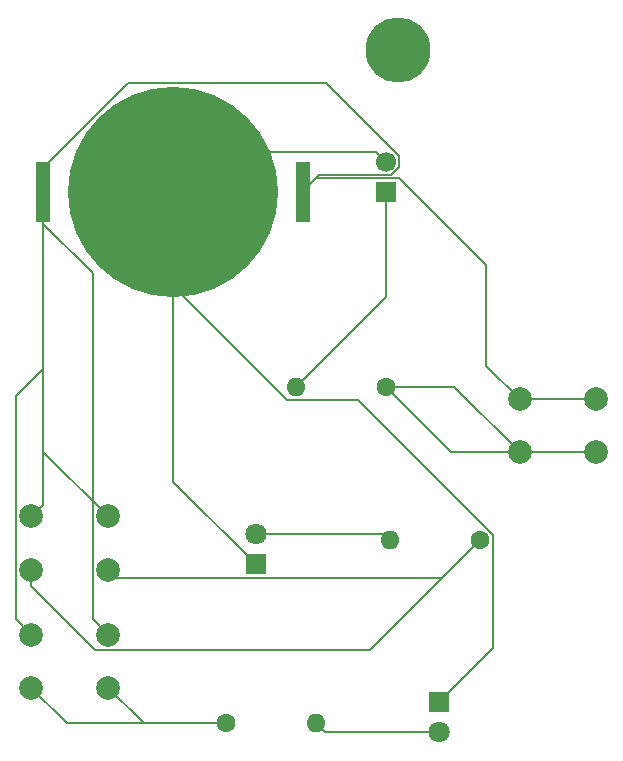
<source format=gbl>
G04 #@! TF.GenerationSoftware,KiCad,Pcbnew,9.0.1*
G04 #@! TF.CreationDate,2025-04-26T15:50:14-04:00*
G04 #@! TF.ProjectId,FISH,46495348-2e6b-4696-9361-645f70636258,rev?*
G04 #@! TF.SameCoordinates,Original*
G04 #@! TF.FileFunction,Copper,L2,Bot*
G04 #@! TF.FilePolarity,Positive*
%FSLAX46Y46*%
G04 Gerber Fmt 4.6, Leading zero omitted, Abs format (unit mm)*
G04 Created by KiCad (PCBNEW 9.0.1) date 2025-04-26 15:50:14*
%MOMM*%
%LPD*%
G01*
G04 APERTURE LIST*
G04 #@! TA.AperFunction,SMDPad,CuDef*
%ADD10C,17.800000*%
G04 #@! TD*
G04 #@! TA.AperFunction,SMDPad,CuDef*
%ADD11R,1.270000X5.080000*%
G04 #@! TD*
G04 #@! TA.AperFunction,ComponentPad*
%ADD12C,1.600000*%
G04 #@! TD*
G04 #@! TA.AperFunction,ComponentPad*
%ADD13O,1.600000X1.600000*%
G04 #@! TD*
G04 #@! TA.AperFunction,ComponentPad*
%ADD14C,1.800000*%
G04 #@! TD*
G04 #@! TA.AperFunction,ComponentPad*
%ADD15R,1.800000X1.800000*%
G04 #@! TD*
G04 #@! TA.AperFunction,ComponentPad*
%ADD16C,2.000000*%
G04 #@! TD*
G04 #@! TA.AperFunction,ComponentPad*
%ADD17R,1.700000X1.700000*%
G04 #@! TD*
G04 #@! TA.AperFunction,ComponentPad*
%ADD18C,1.700000*%
G04 #@! TD*
G04 #@! TA.AperFunction,ViaPad*
%ADD19C,5.500000*%
G04 #@! TD*
G04 #@! TA.AperFunction,Conductor*
%ADD20C,0.200000*%
G04 #@! TD*
G04 APERTURE END LIST*
D10*
G04 #@! TO.P,BT1,2,-*
G04 #@! TO.N,Net-(BT1--)*
X141500000Y-90500000D03*
D11*
G04 #@! TO.P,BT1,1,+*
G04 #@! TO.N,Net-(BT1-+)*
X130515000Y-90500000D03*
X152485000Y-90500000D03*
G04 #@! TD*
D12*
G04 #@! TO.P,R1,1*
G04 #@! TO.N,Net-(R1-Pad1)*
X146000000Y-135500000D03*
D13*
G04 #@! TO.P,R1,2*
G04 #@! TO.N,Net-(D1-A)*
X153620000Y-135500000D03*
G04 #@! TD*
G04 #@! TO.P,R2,2*
G04 #@! TO.N,Net-(D2-A)*
X159880000Y-120000000D03*
D12*
G04 #@! TO.P,R2,1*
G04 #@! TO.N,Net-(R2-Pad1)*
X167500000Y-120000000D03*
G04 #@! TD*
D13*
G04 #@! TO.P,R3,2*
G04 #@! TO.N,Net-(M1-+)*
X151880000Y-107000000D03*
D12*
G04 #@! TO.P,R3,1*
G04 #@! TO.N,Net-(R3-Pad1)*
X159500000Y-107000000D03*
G04 #@! TD*
D14*
G04 #@! TO.P,D2,2,A*
G04 #@! TO.N,Net-(D2-A)*
X148500000Y-119500000D03*
D15*
G04 #@! TO.P,D2,1,K*
G04 #@! TO.N,Net-(BT1--)*
X148500000Y-122040000D03*
G04 #@! TD*
D16*
G04 #@! TO.P,SW3,1,1*
G04 #@! TO.N,Net-(BT1-+)*
X170832527Y-108057867D03*
X177332527Y-108057867D03*
G04 #@! TO.P,SW3,2,2*
G04 #@! TO.N,Net-(R3-Pad1)*
X170832527Y-112557867D03*
X177332527Y-112557867D03*
G04 #@! TD*
G04 #@! TO.P,SW2,1,1*
G04 #@! TO.N,Net-(BT1-+)*
X129500000Y-118000000D03*
X136000000Y-118000000D03*
G04 #@! TO.P,SW2,2,2*
G04 #@! TO.N,Net-(R2-Pad1)*
X129500000Y-122500000D03*
X136000000Y-122500000D03*
G04 #@! TD*
G04 #@! TO.P,SW1,1,1*
G04 #@! TO.N,Net-(BT1-+)*
X129500000Y-128000000D03*
X136000000Y-128000000D03*
G04 #@! TO.P,SW1,2,2*
G04 #@! TO.N,Net-(R1-Pad1)*
X129500000Y-132500000D03*
X136000000Y-132500000D03*
G04 #@! TD*
D17*
G04 #@! TO.P,M1,1,+*
G04 #@! TO.N,Net-(M1-+)*
X159500000Y-90500000D03*
D18*
G04 #@! TO.P,M1,2,-*
G04 #@! TO.N,Net-(BT1--)*
X159500000Y-87960000D03*
G04 #@! TD*
D15*
G04 #@! TO.P,D1,1,K*
G04 #@! TO.N,Net-(BT1--)*
X164000000Y-133725000D03*
D14*
G04 #@! TO.P,D1,2,A*
G04 #@! TO.N,Net-(D1-A)*
X164000000Y-136265000D03*
G04 #@! TD*
D19*
G04 #@! TO.N,*
X160500000Y-78500000D03*
G04 #@! TD*
D20*
G04 #@! TO.N,Net-(BT1-+)*
X129500000Y-128000000D02*
X128199000Y-126699000D01*
X128199000Y-126699000D02*
X128199000Y-107800999D01*
X128199000Y-107800999D02*
X130515000Y-105484999D01*
X130515000Y-105484999D02*
X130515000Y-90500000D01*
X170832527Y-108057867D02*
X168000000Y-105225340D01*
X168000000Y-105225340D02*
X168000000Y-96698000D01*
X160651000Y-89349000D02*
X153636000Y-89349000D01*
X168000000Y-96698000D02*
X160651000Y-89349000D01*
X153636000Y-89349000D02*
X152485000Y-90500000D01*
X130515000Y-90500000D02*
X130515000Y-88472821D01*
X137688821Y-81299000D02*
X154466760Y-81299000D01*
X130515000Y-88472821D02*
X137688821Y-81299000D01*
X160651000Y-87483240D02*
X160651000Y-88436760D01*
X154466760Y-81299000D02*
X160651000Y-87483240D01*
X160651000Y-88436760D02*
X159976760Y-89111000D01*
X159976760Y-89111000D02*
X153874000Y-89111000D01*
X153874000Y-89111000D02*
X152485000Y-90500000D01*
G04 #@! TO.N,Net-(R2-Pad1)*
X129500000Y-122500000D02*
X129500000Y-123914213D01*
X129500000Y-123914213D02*
X134886787Y-129301000D01*
X134886787Y-129301000D02*
X158199000Y-129301000D01*
X158199000Y-129301000D02*
X167500000Y-120000000D01*
G04 #@! TO.N,Net-(BT1-+)*
X129500000Y-118000000D02*
X130515000Y-116985000D01*
X130515000Y-116985000D02*
X130515000Y-90500000D01*
X136000000Y-118000000D02*
X130515000Y-112515000D01*
X130515000Y-112515000D02*
X130515000Y-90500000D01*
X136000000Y-128000000D02*
X134699000Y-126699000D01*
X130515000Y-93240000D02*
X130515000Y-90500000D01*
X134699000Y-126699000D02*
X134699000Y-97424000D01*
X134699000Y-97424000D02*
X130515000Y-93240000D01*
G04 #@! TO.N,Net-(R1-Pad1)*
X146000000Y-135500000D02*
X132500000Y-135500000D01*
X132500000Y-135500000D02*
X129500000Y-132500000D01*
X146000000Y-135500000D02*
X139000000Y-135500000D01*
X139000000Y-135500000D02*
X136000000Y-132500000D01*
G04 #@! TO.N,Net-(D1-A)*
X164000000Y-136265000D02*
X154385000Y-136265000D01*
X154385000Y-136265000D02*
X153620000Y-135500000D01*
G04 #@! TO.N,Net-(BT1--)*
X164000000Y-133725000D02*
X168601000Y-129124000D01*
X168601000Y-129124000D02*
X168601000Y-119543950D01*
X157158050Y-108101000D02*
X151101000Y-108101000D01*
X168601000Y-119543950D02*
X157158050Y-108101000D01*
X151101000Y-108101000D02*
X141500000Y-98500000D01*
X141500000Y-98500000D02*
X141500000Y-90500000D01*
G04 #@! TO.N,Net-(R2-Pad1)*
X167500000Y-120000000D02*
X164259000Y-123241000D01*
X136741000Y-123241000D02*
X136000000Y-122500000D01*
X164259000Y-123241000D02*
X136741000Y-123241000D01*
G04 #@! TO.N,Net-(BT1--)*
X148500000Y-122040000D02*
X141500000Y-115040000D01*
X141500000Y-115040000D02*
X141500000Y-90500000D01*
G04 #@! TO.N,Net-(D2-A)*
X148500000Y-119500000D02*
X159380000Y-119500000D01*
X159380000Y-119500000D02*
X159880000Y-120000000D01*
G04 #@! TO.N,Net-(BT1--)*
X159500000Y-87960000D02*
X158650000Y-87110000D01*
X144890000Y-87110000D02*
X141500000Y-90500000D01*
X158650000Y-87110000D02*
X144890000Y-87110000D01*
G04 #@! TO.N,Net-(BT1-+)*
X177332527Y-108057867D02*
X170832527Y-108057867D01*
G04 #@! TO.N,Net-(R3-Pad1)*
X159500000Y-107000000D02*
X165057867Y-112557867D01*
X165057867Y-112557867D02*
X177332527Y-112557867D01*
X159500000Y-107000000D02*
X165274660Y-107000000D01*
X165274660Y-107000000D02*
X170832527Y-112557867D01*
G04 #@! TO.N,Net-(M1-+)*
X159500000Y-90500000D02*
X159500000Y-99380000D01*
X159500000Y-99380000D02*
X151880000Y-107000000D01*
G04 #@! TO.N,Net-(BT1-+)*
X152485000Y-90500000D02*
X152485000Y-88472821D01*
X177332527Y-108057867D02*
X170042867Y-108057867D01*
G04 #@! TD*
M02*

</source>
